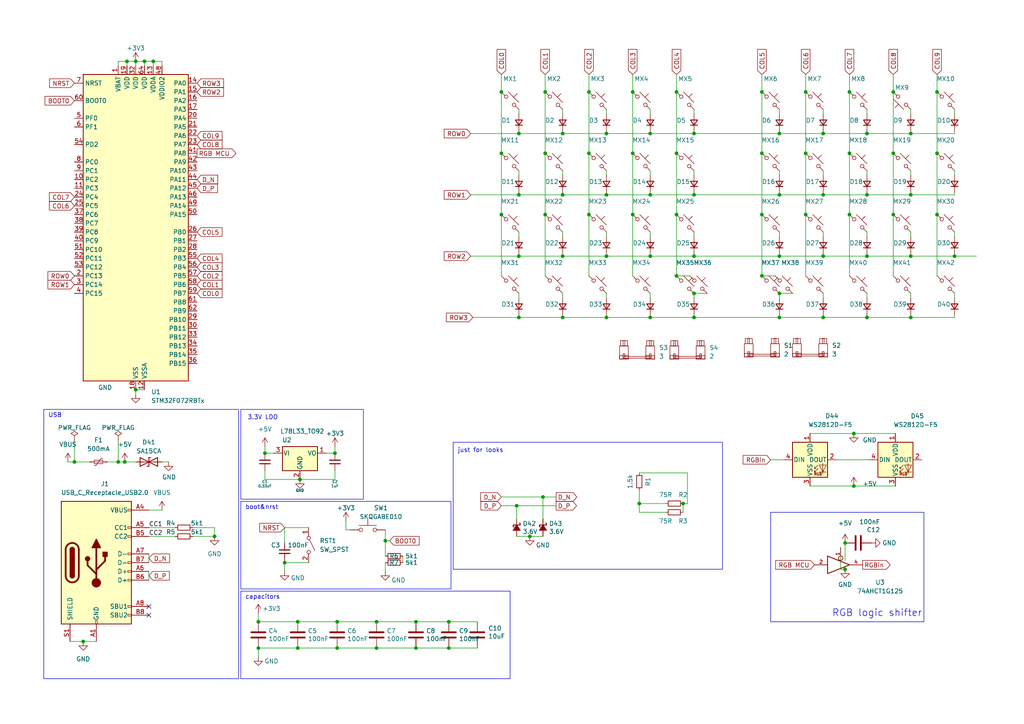
<source format=kicad_sch>
(kicad_sch (version 20230121) (generator eeschema)
  (paper "A4")
  (junction (at 226.06 92.075))
  (junction (at 76.835 131.445))
  (junction (at 24.13 186.055))
  (junction (at 247.65 125.73))
  (junction (at 44.45 17.78))
  (junction (at 188.595 92.075))
  (junction (at 188.595 38.735))
  (junction (at 259.08 62.23))
  (junction (at 86.36 187.96))
  (junction (at 251.46 74.295))
  (junction (at 158.115 26.67))
  (junction (at 220.98 80.01))
  (junction (at 251.46 38.735))
  (junction (at 220.98 26.67))
  (junction (at 109.22 187.96))
  (junction (at 62.23 155.575))
  (junction (at 34.29 133.985))
  (junction (at 246.38 62.23))
  (junction (at 97.79 180.34))
  (junction (at 150.495 56.515))
  (junction (at 175.895 38.735))
  (junction (at 247.65 140.97))
  (junction (at 183.515 26.67))
  (junction (at 86.36 180.34))
  (junction (at 36.83 17.78))
  (junction (at 259.08 44.45))
  (junction (at 158.115 44.45))
  (junction (at 201.295 38.735))
  (junction (at 175.895 74.295))
  (junction (at 145.415 62.23))
  (junction (at 196.215 44.45))
  (junction (at 158.115 62.23))
  (junction (at 196.215 80.01))
  (junction (at 185.42 146.05))
  (junction (at 245.11 165.1))
  (junction (at 21.59 133.985))
  (junction (at 245.11 157.48))
  (junction (at 150.495 74.295))
  (junction (at 238.76 92.075))
  (junction (at 163.195 56.515))
  (junction (at 97.79 187.96))
  (junction (at 149.86 146.685))
  (junction (at 226.06 74.295))
  (junction (at 188.595 74.295))
  (junction (at 271.78 44.45))
  (junction (at 120.65 187.96))
  (junction (at 145.415 44.45))
  (junction (at 82.55 163.195))
  (junction (at 111.76 156.845))
  (junction (at 145.415 26.67))
  (junction (at 130.175 187.96))
  (junction (at 226.06 56.515))
  (junction (at 246.38 26.67))
  (junction (at 170.815 26.67))
  (junction (at 198.12 146.05))
  (junction (at 271.78 26.67))
  (junction (at 74.93 180.34))
  (junction (at 276.86 74.295))
  (junction (at 183.515 62.23))
  (junction (at 175.895 92.075))
  (junction (at 183.515 44.45))
  (junction (at 163.195 92.075))
  (junction (at 163.195 74.295))
  (junction (at 233.68 62.23))
  (junction (at 157.48 144.145))
  (junction (at 233.68 44.45))
  (junction (at 226.06 85.09))
  (junction (at 259.08 26.67))
  (junction (at 41.91 17.78))
  (junction (at 251.46 56.515))
  (junction (at 109.22 180.34))
  (junction (at 264.16 92.075))
  (junction (at 39.37 113.03))
  (junction (at 39.37 17.78))
  (junction (at 153.67 155.575))
  (junction (at 120.65 180.34))
  (junction (at 170.815 44.45))
  (junction (at 238.76 38.735))
  (junction (at 130.175 180.34))
  (junction (at 175.895 56.515))
  (junction (at 74.93 187.96))
  (junction (at 201.295 56.515))
  (junction (at 170.815 62.23))
  (junction (at 188.595 56.515))
  (junction (at 163.195 38.735))
  (junction (at 36.195 133.985))
  (junction (at 97.155 131.445))
  (junction (at 86.995 139.065))
  (junction (at 233.68 26.67))
  (junction (at 238.76 74.295))
  (junction (at 251.46 92.075))
  (junction (at 196.215 62.23))
  (junction (at 238.76 56.515))
  (junction (at 201.295 85.09))
  (junction (at 226.06 38.735))
  (junction (at 150.495 92.075))
  (junction (at 264.16 38.735))
  (junction (at 271.78 62.23))
  (junction (at 220.98 44.45))
  (junction (at 220.98 62.23))
  (junction (at 196.215 26.67))
  (junction (at 201.295 74.295))
  (junction (at 246.38 44.45))
  (junction (at 201.295 92.075))
  (junction (at 264.16 56.515))
  (junction (at 264.16 74.295))
  (junction (at 150.495 38.735))
  (no_connect (at 43.18 175.895))
  (no_connect (at 43.18 178.435))
  (wire (pts (xy 259.08 62.23) (xy 259.08 80.01)))
  (wire (pts (xy 271.78 44.45) (xy 271.78 62.23)))
  (wire (pts (xy 158.115 44.45) (xy 158.115 62.23)))
  (wire (pts (xy 188.595 91.44) (xy 188.595 92.075)))
  (wire (pts (xy 276.86 55.88) (xy 276.86 56.515)))
  (wire (pts (xy 163.195 31.75) (xy 163.195 33.02)))
  (wire (pts (xy 185.42 137.16) (xy 199.39 137.16)))
  (wire (pts (xy 109.22 187.96) (xy 120.65 187.96)))
  (wire (pts (xy 111.76 156.845) (xy 113.03 156.845)))
  (wire (pts (xy 198.12 146.05) (xy 199.39 146.05)))
  (wire (pts (xy 238.76 49.53) (xy 238.76 50.8)))
  (wire (pts (xy 196.215 80.01) (xy 200.025 80.01)))
  (wire (pts (xy 251.46 38.735) (xy 264.16 38.735)))
  (wire (pts (xy 201.295 55.88) (xy 201.295 56.515)))
  (wire (pts (xy 226.06 85.09) (xy 226.06 86.36)))
  (wire (pts (xy 41.91 17.78) (xy 39.37 17.78)))
  (wire (pts (xy 175.895 91.44) (xy 175.895 92.075)))
  (wire (pts (xy 86.36 180.34) (xy 74.93 180.34)))
  (wire (pts (xy 157.48 144.145) (xy 157.48 150.495)))
  (wire (pts (xy 185.42 148.59) (xy 193.04 148.59)))
  (wire (pts (xy 264.16 38.1) (xy 264.16 38.735)))
  (wire (pts (xy 163.195 49.53) (xy 163.195 50.8)))
  (wire (pts (xy 136.525 38.735) (xy 150.495 38.735)))
  (wire (pts (xy 188.595 38.1) (xy 188.595 38.735)))
  (wire (pts (xy 136.525 56.515) (xy 150.495 56.515)))
  (wire (pts (xy 82.55 163.195) (xy 89.535 163.195)))
  (wire (pts (xy 109.22 180.34) (xy 120.65 180.34)))
  (wire (pts (xy 238.76 73.66) (xy 238.76 74.295)))
  (wire (pts (xy 238.76 55.88) (xy 238.76 56.515)))
  (wire (pts (xy 145.415 144.145) (xy 157.48 144.145)))
  (wire (pts (xy 170.815 21.59) (xy 170.815 26.67)))
  (wire (pts (xy 242.57 133.35) (xy 252.095 133.35)))
  (wire (pts (xy 34.29 133.985) (xy 36.195 133.985)))
  (wire (pts (xy 74.93 190.5) (xy 74.93 187.96)))
  (wire (pts (xy 264.16 91.44) (xy 264.16 92.075)))
  (wire (pts (xy 264.16 38.735) (xy 276.86 38.735)))
  (wire (pts (xy 86.36 180.34) (xy 97.79 180.34)))
  (wire (pts (xy 158.115 21.59) (xy 158.115 26.67)))
  (wire (pts (xy 20.32 186.055) (xy 24.13 186.055)))
  (wire (pts (xy 145.415 44.45) (xy 145.415 62.23)))
  (wire (pts (xy 82.55 153.035) (xy 82.55 157.48)))
  (wire (pts (xy 246.38 62.23) (xy 246.38 80.01)))
  (wire (pts (xy 101.6 153.67) (xy 100.33 153.67)))
  (wire (pts (xy 276.86 91.44) (xy 276.86 92.075)))
  (wire (pts (xy 185.42 146.05) (xy 193.04 146.05)))
  (wire (pts (xy 199.39 137.16) (xy 199.39 146.05)))
  (wire (pts (xy 157.48 144.145) (xy 161.29 144.145)))
  (wire (pts (xy 150.495 38.735) (xy 163.195 38.735)))
  (wire (pts (xy 251.46 67.31) (xy 251.46 68.58)))
  (wire (pts (xy 226.06 91.44) (xy 226.06 92.075)))
  (wire (pts (xy 150.495 85.09) (xy 150.495 86.36)))
  (wire (pts (xy 175.895 38.1) (xy 175.895 38.735)))
  (wire (pts (xy 188.595 92.075) (xy 201.295 92.075)))
  (wire (pts (xy 145.415 26.67) (xy 145.415 44.45)))
  (wire (pts (xy 185.42 146.05) (xy 185.42 148.59)))
  (wire (pts (xy 41.91 17.78) (xy 41.91 19.05)))
  (wire (pts (xy 170.815 44.45) (xy 170.815 62.23)))
  (wire (pts (xy 76.835 129.54) (xy 76.835 131.445)))
  (wire (pts (xy 21.59 133.985) (xy 26.035 133.985)))
  (wire (pts (xy 111.76 156.845) (xy 111.76 161.29)))
  (wire (pts (xy 175.895 49.53) (xy 175.895 50.8)))
  (wire (pts (xy 264.16 85.09) (xy 264.16 86.36)))
  (wire (pts (xy 226.06 74.295) (xy 238.76 74.295)))
  (wire (pts (xy 245.11 157.48) (xy 245.11 162.56)))
  (wire (pts (xy 188.595 38.735) (xy 201.295 38.735)))
  (wire (pts (xy 226.06 49.53) (xy 226.06 50.8)))
  (wire (pts (xy 188.595 85.09) (xy 188.595 86.36)))
  (wire (pts (xy 238.76 85.09) (xy 238.76 86.36)))
  (wire (pts (xy 150.495 49.53) (xy 150.495 50.8)))
  (wire (pts (xy 76.835 136.525) (xy 76.835 139.065)))
  (wire (pts (xy 39.37 113.03) (xy 41.91 113.03)))
  (wire (pts (xy 175.895 38.735) (xy 188.595 38.735)))
  (wire (pts (xy 188.595 67.31) (xy 188.595 68.58)))
  (wire (pts (xy 201.295 56.515) (xy 226.06 56.515)))
  (wire (pts (xy 220.98 62.23) (xy 220.98 80.01)))
  (wire (pts (xy 175.895 85.09) (xy 175.895 86.36)))
  (wire (pts (xy 150.495 31.75) (xy 150.495 33.02)))
  (wire (pts (xy 276.86 49.53) (xy 276.86 50.8)))
  (wire (pts (xy 120.65 180.34) (xy 130.175 180.34)))
  (wire (pts (xy 163.195 67.31) (xy 163.195 68.58)))
  (wire (pts (xy 170.815 62.23) (xy 170.815 80.01)))
  (wire (pts (xy 163.195 85.09) (xy 163.195 86.36)))
  (wire (pts (xy 238.76 92.075) (xy 251.46 92.075)))
  (wire (pts (xy 246.38 21.59) (xy 246.38 26.67)))
  (wire (pts (xy 234.95 140.97) (xy 247.65 140.97)))
  (wire (pts (xy 43.18 160.655) (xy 43.18 163.195)))
  (wire (pts (xy 74.93 177.8) (xy 74.93 180.34)))
  (wire (pts (xy 201.295 74.295) (xy 226.06 74.295)))
  (wire (pts (xy 163.195 38.1) (xy 163.195 38.735)))
  (wire (pts (xy 271.78 21.59) (xy 271.78 26.67)))
  (wire (pts (xy 130.175 180.34) (xy 138.43 180.34)))
  (wire (pts (xy 183.515 21.59) (xy 183.515 26.67)))
  (wire (pts (xy 251.46 38.1) (xy 251.46 38.735)))
  (wire (pts (xy 247.65 125.73) (xy 259.715 125.73)))
  (wire (pts (xy 150.495 38.1) (xy 150.495 38.735)))
  (wire (pts (xy 226.06 56.515) (xy 238.76 56.515)))
  (wire (pts (xy 251.46 56.515) (xy 264.16 56.515)))
  (wire (pts (xy 251.46 31.75) (xy 251.46 33.02)))
  (wire (pts (xy 188.595 73.66) (xy 188.595 74.295)))
  (wire (pts (xy 31.115 133.985) (xy 34.29 133.985)))
  (wire (pts (xy 238.76 67.31) (xy 238.76 68.58)))
  (wire (pts (xy 238.76 74.295) (xy 251.46 74.295)))
  (wire (pts (xy 201.295 67.31) (xy 201.295 68.58)))
  (wire (pts (xy 251.46 85.09) (xy 251.46 86.36)))
  (wire (pts (xy 44.45 17.78) (xy 44.45 19.05)))
  (wire (pts (xy 82.55 153.035) (xy 89.535 153.035)))
  (wire (pts (xy 36.195 133.985) (xy 39.37 133.985)))
  (wire (pts (xy 137.16 92.075) (xy 150.495 92.075)))
  (wire (pts (xy 36.83 17.78) (xy 39.37 17.78)))
  (wire (pts (xy 158.115 26.67) (xy 158.115 44.45)))
  (wire (pts (xy 34.29 17.78) (xy 34.29 19.05)))
  (wire (pts (xy 163.195 91.44) (xy 163.195 92.075)))
  (wire (pts (xy 150.495 56.515) (xy 163.195 56.515)))
  (wire (pts (xy 183.515 44.45) (xy 183.515 62.23)))
  (wire (pts (xy 43.18 155.575) (xy 50.8 155.575)))
  (wire (pts (xy 233.68 62.23) (xy 233.68 80.01)))
  (wire (pts (xy 264.16 74.295) (xy 276.86 74.295)))
  (wire (pts (xy 246.38 26.67) (xy 246.38 44.45)))
  (wire (pts (xy 34.29 127.635) (xy 34.29 133.985)))
  (wire (pts (xy 259.08 44.45) (xy 259.08 62.23)))
  (wire (pts (xy 150.495 73.66) (xy 150.495 74.295)))
  (wire (pts (xy 238.76 91.44) (xy 238.76 92.075)))
  (wire (pts (xy 163.195 55.88) (xy 163.195 56.515)))
  (wire (pts (xy 251.46 73.66) (xy 251.46 74.295)))
  (wire (pts (xy 226.06 31.75) (xy 226.06 33.02)))
  (wire (pts (xy 201.295 38.735) (xy 226.06 38.735)))
  (wire (pts (xy 276.86 85.09) (xy 276.86 86.36)))
  (wire (pts (xy 264.16 92.075) (xy 276.86 92.075)))
  (wire (pts (xy 149.86 146.685) (xy 161.29 146.685)))
  (wire (pts (xy 259.08 21.59) (xy 259.08 26.67)))
  (wire (pts (xy 264.16 56.515) (xy 276.86 56.515)))
  (wire (pts (xy 150.495 92.075) (xy 163.195 92.075)))
  (wire (pts (xy 116.84 161.29) (xy 116.84 163.195)))
  (wire (pts (xy 82.55 163.195) (xy 82.55 162.56)))
  (wire (pts (xy 183.515 62.23) (xy 183.515 80.01)))
  (wire (pts (xy 97.155 129.54) (xy 97.155 131.445)))
  (wire (pts (xy 185.42 142.24) (xy 185.42 146.05)))
  (wire (pts (xy 226.06 38.1) (xy 226.06 38.735)))
  (wire (pts (xy 111.76 163.195) (xy 111.76 165.735)))
  (wire (pts (xy 220.98 80.01) (xy 224.79 80.01)))
  (wire (pts (xy 196.215 44.45) (xy 196.215 62.23)))
  (wire (pts (xy 34.29 17.78) (xy 36.83 17.78)))
  (wire (pts (xy 247.65 140.97) (xy 259.715 140.97)))
  (wire (pts (xy 41.91 17.78) (xy 44.45 17.78)))
  (wire (pts (xy 198.12 146.05) (xy 198.12 148.59)))
  (wire (pts (xy 233.68 26.67) (xy 233.68 44.45)))
  (wire (pts (xy 150.495 91.44) (xy 150.495 92.075)))
  (wire (pts (xy 158.115 62.23) (xy 158.115 80.01)))
  (wire (pts (xy 21.59 127.635) (xy 21.59 133.985)))
  (wire (pts (xy 226.06 73.66) (xy 226.06 74.295)))
  (wire (pts (xy 44.45 17.78) (xy 46.99 17.78)))
  (wire (pts (xy 43.18 165.735) (xy 43.18 168.275)))
  (wire (pts (xy 120.65 187.96) (xy 130.175 187.96)))
  (wire (pts (xy 243.84 165.1) (xy 243.84 158.75)))
  (wire (pts (xy 175.895 92.075) (xy 188.595 92.075)))
  (wire (pts (xy 55.88 153.035) (xy 62.23 153.035)))
  (wire (pts (xy 220.98 21.59) (xy 220.98 26.67)))
  (wire (pts (xy 62.23 153.035) (xy 62.23 155.575)))
  (wire (pts (xy 170.815 26.67) (xy 170.815 44.45)))
  (wire (pts (xy 264.16 49.53) (xy 264.16 50.8)))
  (wire (pts (xy 196.215 21.59) (xy 196.215 26.67)))
  (wire (pts (xy 97.79 187.96) (xy 109.22 187.96)))
  (wire (pts (xy 264.16 55.88) (xy 264.16 56.515)))
  (wire (pts (xy 97.79 180.34) (xy 109.22 180.34)))
  (wire (pts (xy 175.895 74.295) (xy 188.595 74.295)))
  (wire (pts (xy 201.295 85.09) (xy 205.105 85.09)))
  (wire (pts (xy 145.415 146.685) (xy 149.86 146.685)))
  (wire (pts (xy 238.76 56.515) (xy 251.46 56.515)))
  (wire (pts (xy 150.495 67.31) (xy 150.495 68.58)))
  (wire (pts (xy 196.215 26.67) (xy 196.215 44.45)))
  (wire (pts (xy 175.895 67.31) (xy 175.895 68.58)))
  (wire (pts (xy 246.38 44.45) (xy 246.38 62.23)))
  (wire (pts (xy 86.995 139.065) (xy 97.155 139.065)))
  (wire (pts (xy 271.78 62.23) (xy 271.78 80.01)))
  (wire (pts (xy 163.195 74.295) (xy 175.895 74.295)))
  (wire (pts (xy 153.67 155.575) (xy 157.48 155.575)))
  (wire (pts (xy 46.99 133.985) (xy 48.895 133.985)))
  (wire (pts (xy 238.76 38.1) (xy 238.76 38.735)))
  (wire (pts (xy 276.86 31.75) (xy 276.86 33.02)))
  (wire (pts (xy 163.195 38.735) (xy 175.895 38.735)))
  (wire (pts (xy 100.33 153.67) (xy 100.33 151.13)))
  (wire (pts (xy 163.195 56.515) (xy 175.895 56.515)))
  (wire (pts (xy 220.98 44.45) (xy 220.98 62.23)))
  (wire (pts (xy 201.295 91.44) (xy 201.295 92.075)))
  (wire (pts (xy 82.55 165.735) (xy 82.55 163.195)))
  (wire (pts (xy 163.195 92.075) (xy 175.895 92.075)))
  (wire (pts (xy 251.46 92.075) (xy 264.16 92.075)))
  (wire (pts (xy 226.06 92.075) (xy 238.76 92.075)))
  (wire (pts (xy 39.37 17.78) (xy 39.37 19.05)))
  (wire (pts (xy 175.895 56.515) (xy 188.595 56.515)))
  (wire (pts (xy 43.18 147.955) (xy 46.99 147.955)))
  (wire (pts (xy 55.88 155.575) (xy 62.23 155.575)))
  (wire (pts (xy 226.06 55.88) (xy 226.06 56.515)))
  (wire (pts (xy 276.86 38.1) (xy 276.86 38.735)))
  (wire (pts (xy 43.18 153.035) (xy 50.8 153.035)))
  (wire (pts (xy 233.68 21.59) (xy 233.68 26.67)))
  (wire (pts (xy 201.295 31.75) (xy 201.295 33.02)))
  (wire (pts (xy 46.99 17.78) (xy 46.99 19.05)))
  (wire (pts (xy 259.08 26.67) (xy 259.08 44.45)))
  (wire (pts (xy 175.895 31.75) (xy 175.895 33.02)))
  (wire (pts (xy 188.595 49.53) (xy 188.595 50.8)))
  (wire (pts (xy 226.06 38.735) (xy 238.76 38.735)))
  (wire (pts (xy 86.36 187.96) (xy 97.79 187.96)))
  (wire (pts (xy 196.215 62.23) (xy 196.215 80.01)))
  (wire (pts (xy 183.515 26.67) (xy 183.515 44.45)))
  (wire (pts (xy 276.86 74.295) (xy 283.21 74.295)))
  (wire (pts (xy 150.495 55.88) (xy 150.495 56.515)))
  (wire (pts (xy 150.495 74.295) (xy 163.195 74.295)))
  (wire (pts (xy 238.76 31.75) (xy 238.76 33.02)))
  (wire (pts (xy 201.295 73.66) (xy 201.295 74.295)))
  (wire (pts (xy 251.46 91.44) (xy 251.46 92.075)))
  (wire (pts (xy 188.595 31.75) (xy 188.595 33.02)))
  (wire (pts (xy 245.11 165.1) (xy 243.84 165.1)))
  (wire (pts (xy 175.895 55.88) (xy 175.895 56.515)))
  (wire (pts (xy 201.295 49.53) (xy 201.295 50.8)))
  (wire (pts (xy 226.06 67.31) (xy 226.06 68.58)))
  (wire (pts (xy 251.46 74.295) (xy 264.16 74.295)))
  (wire (pts (xy 76.835 131.445) (xy 79.375 131.445)))
  (wire (pts (xy 39.37 114.3) (xy 39.37 113.03)))
  (wire (pts (xy 94.615 131.445) (xy 97.155 131.445)))
  (wire (pts (xy 264.16 31.75) (xy 264.16 33.02)))
  (wire (pts (xy 97.155 136.525) (xy 97.155 139.065)))
  (wire (pts (xy 201.295 38.1) (xy 201.295 38.735)))
  (wire (pts (xy 175.895 73.66) (xy 175.895 74.295)))
  (wire (pts (xy 24.13 186.055) (xy 27.94 186.055)))
  (wire (pts (xy 86.36 187.96) (xy 74.93 187.96)))
  (wire (pts (xy 188.595 74.295) (xy 201.295 74.295)))
  (wire (pts (xy 111.76 153.67) (xy 111.76 156.845)))
  (wire (pts (xy 201.295 92.075) (xy 226.06 92.075)))
  (wire (pts (xy 251.46 55.88) (xy 251.46 56.515)))
  (wire (pts (xy 201.295 85.09) (xy 201.295 86.36)))
  (wire (pts (xy 226.06 85.09) (xy 229.87 85.09)))
  (wire (pts (xy 234.95 125.73) (xy 247.65 125.73)))
  (wire (pts (xy 264.16 67.31) (xy 264.16 68.58)))
  (wire (pts (xy 136.525 74.295) (xy 150.495 74.295)))
  (wire (pts (xy 276.86 67.31) (xy 276.86 68.58)))
  (wire (pts (xy 163.195 73.66) (xy 163.195 74.295)))
  (wire (pts (xy 276.86 73.66) (xy 276.86 74.295)))
  (wire (pts (xy 271.78 26.67) (xy 271.78 44.45)))
  (wire (pts (xy 238.76 38.735) (xy 251.46 38.735)))
  (wire (pts (xy 223.52 133.35) (xy 227.33 133.35)))
  (wire (pts (xy 220.98 26.67) (xy 220.98 44.45)))
  (wire (pts (xy 36.83 17.78) (xy 36.83 19.05)))
  (wire (pts (xy 145.415 62.23) (xy 145.415 80.01)))
  (wire (pts (xy 188.595 55.88) (xy 188.595 56.515)))
  (wire (pts (xy 130.175 187.96) (xy 138.43 187.96)))
  (wire (pts (xy 264.16 73.66) (xy 264.16 74.295)))
  (wire (pts (xy 145.415 21.59) (xy 145.415 26.67)))
  (wire (pts (xy 76.835 139.065) (xy 86.995 139.065)))
  (wire (pts (xy 188.595 56.515) (xy 201.295 56.515)))
  (wire (pts (xy 233.68 44.45) (xy 233.68 62.23)))
  (wire (pts (xy 149.86 155.575) (xy 153.67 155.575)))
  (wire (pts (xy 251.46 49.53) (xy 251.46 50.8)))
  (wire (pts (xy 149.86 146.685) (xy 149.86 150.495)))
  (wire (pts (xy 19.685 133.985) (xy 21.59 133.985)))
  (rectangle (start 12.7 118.745) (end 69.215 196.85))
  (rectangle (start 69.85 145.415) (end 130.81 170.815))
  (rectangle (start 69.85 118.745) (end 105.41 144.78))
  (rectangle (start 69.85 171.45) (end 147.955 196.85))
  (rectangle (start 131.445 128.27) (end 209.55 165.1))
  (rectangle (start 223.52 148.59) (end 267.97 180.34))
  (text "RGB logic shifter" (at 241.3 179.07 0) (effects (font (size 2 2)) (justify left bottom)))
  (text "capacitors" (at 71.12 173.99 0) (effects (font (size 1.27 1.27)) (justify left bottom)))
  (text "boot&nrst" (at 71.12 147.955 0) (effects (font (size 1.27 1.27)) (justify left bottom)))
  (text "3.3V LDO" (at 71.755 121.92 0) (effects (font (size 1.27 1.27)) (justify left bottom)))
  (text "USB" (at 13.97 121.285 0) (effects (font (size 1.27 1.27)) (justify left bottom)))
  (text "just for looks" (at 132.715 131.445 0) (effects (font (size 1.27 1.27)) (justify left bottom)))
  (label "CC1" (at 43.18 153.035 0))
  (label "CC2" (at 43.18 155.575 0))
  (global_label "RGBin" (shape input) (at 223.52 133.35 180) (property "Intersheetrefs" "${INTERSHEET_REFS}" (effects hide)))
  (global_label "COL0" (shape input) (at 57.15 85.09 0) (property "Intersheetrefs" "${INTERSHEET_REFS}" (effects hide)))
  (global_label "ROW0" (shape input) (at 21.59 80.01 180) (property "Intersheetrefs" "${INTERSHEET_REFS}" (effects hide)))
  (global_label "ROW0" (shape input) (at 136.525 38.735 180) (property "Intersheetrefs" "${INTERSHEET_REFS}" (effects hide)))
  (global_label "COL6" (shape input) (at 21.59 59.69 180) (property "Intersheetrefs" "${INTERSHEET_REFS}" (effects hide)))
  (global_label "COL1" (shape input) (at 158.115 21.59 90) (property "Intersheetrefs" "${INTERSHEET_REFS}" (effects hide)))
  (global_label "COL7" (shape input) (at 21.59 57.15 180) (property "Intersheetrefs" "${INTERSHEET_REFS}" (effects hide)))
  (global_label "COL1" (shape input) (at 57.15 82.55 0) (property "Intersheetrefs" "${INTERSHEET_REFS}" (effects hide)))
  (global_label "RGBin" (shape output) (at 250.19 163.83 0) (property "Intersheetrefs" "${INTERSHEET_REFS}" (effects hide)))
  (global_label "NRST" (shape input) (at 82.55 153.035 180) (property "Intersheetrefs" "${INTERSHEET_REFS}" (effects hide)))
  (global_label "COL9" (shape input) (at 57.15 39.37 0) (property "Intersheetrefs" "${INTERSHEET_REFS}" (effects hide)))
  (global_label "COL8" (shape input) (at 259.08 21.59 90) (property "Intersheetrefs" "${INTERSHEET_REFS}" (effects hide)))
  (global_label "COL3" (shape input) (at 57.15 77.47 0) (property "Intersheetrefs" "${INTERSHEET_REFS}" (effects hide)))
  (global_label "COL0" (shape input) (at 145.415 21.59 90) (property "Intersheetrefs" "${INTERSHEET_REFS}" (effects hide)))
  (global_label "NRST" (shape input) (at 21.59 24.13 180) (property "Intersheetrefs" "${INTERSHEET_REFS}" (effects hide)))
  (global_label "COL9" (shape input) (at 271.78 21.59 90) (property "Intersheetrefs" "${INTERSHEET_REFS}" (effects hide)))
  (global_label "COL8" (shape input) (at 57.15 41.91 0) (property "Intersheetrefs" "${INTERSHEET_REFS}" (effects hide)))
  (global_label "ROW2" (shape input) (at 136.525 74.295 180) (property "Intersheetrefs" "${INTERSHEET_REFS}" (effects hide)))
  (global_label "ROW1" (shape input) (at 21.59 82.55 180) (property "Intersheetrefs" "${INTERSHEET_REFS}" (effects hide)))
  (global_label "D_N" (shape input) (at 145.415 144.145 180) (property "Intersheetrefs" "${INTERSHEET_REFS}" (effects hide)))
  (global_label "COL2" (shape input) (at 57.15 80.01 0) (property "Intersheetrefs" "${INTERSHEET_REFS}" (effects hide)))
  (global_label "ROW1" (shape input) (at 136.525 56.515 180) (property "Intersheetrefs" "${INTERSHEET_REFS}" (effects hide)))
  (global_label "RGB MCU" (shape output) (at 57.15 44.45 0) (property "Intersheetrefs" "${INTERSHEET_REFS}" (effects hide)))
  (global_label "COL4" (shape input) (at 57.15 74.93 0) (property "Intersheetrefs" "${INTERSHEET_REFS}" (effects hide)))
  (global_label "D_N" (shape output) (at 161.29 144.145 0) (property "Intersheetrefs" "${INTERSHEET_REFS}" (effects hide)))
  (global_label "D_P" (shape input) (at 57.15 54.61 0) (property "Intersheetrefs" "${INTERSHEET_REFS}" (effects hide)))
  (global_label "COL4" (shape input) (at 196.215 21.59 90) (property "Intersheetrefs" "${INTERSHEET_REFS}" (effects hide)))
  (global_label "COL2" (shape input) (at 170.815 21.59 90) (property "Intersheetrefs" "${INTERSHEET_REFS}" (effects hide)))
  (global_label "ROW2" (shape input) (at 57.15 26.67 0) (property "Intersheetrefs" "${INTERSHEET_REFS}" (effects hide)))
  (global_label "ROW3" (shape input) (at 137.16 92.075 180) (property "Intersheetrefs" "${INTERSHEET_REFS}" (effects hide)))
  (global_label "COL5" (shape input) (at 57.15 67.31 0) (property "Intersheetrefs" "${INTERSHEET_REFS}" (effects hide)))
  (global_label "COL3" (shape input) (at 183.515 21.59 90) (property "Intersheetrefs" "${INTERSHEET_REFS}" (effects hide)))
  (global_label "COL7" (shape input) (at 246.38 21.59 90) (property "Intersheetrefs" "${INTERSHEET_REFS}" (effects hide)))
  (global_label "D_P" (shape input) (at 145.415 146.685 180) (property "Intersheetrefs" "${INTERSHEET_REFS}" (effects hide)))
  (global_label "BOOT0" (shape input) (at 113.03 156.845 0) (property "Intersheetrefs" "${INTERSHEET_REFS}" (effects hide)))
  (global_label "ROW3" (shape input) (at 57.15 24.13 0) (property "Intersheetrefs" "${INTERSHEET_REFS}" (effects hide)))
  (global_label "COL6" (shape input) (at 233.68 21.59 90) (property "Intersheetrefs" "${INTERSHEET_REFS}" (effects hide)))
  (global_label "D_N" (shape input) (at 57.15 52.07 0) (property "Intersheetrefs" "${INTERSHEET_REFS}" (effects hide)))
  (global_label "COL5" (shape input) (at 220.98 21.59 90) (property "Intersheetrefs" "${INTERSHEET_REFS}" (effects hide)))
  (global_label "RGB MCU" (shape input) (at 236.22 163.83 180) (property "Intersheetrefs" "${INTERSHEET_REFS}" (effects hide)))
  (global_label "BOOT0" (shape input) (at 21.59 29.21 180) (property "Intersheetrefs" "${INTERSHEET_REFS}" (effects hide)))
  (global_label "D_P" (shape output) (at 161.29 146.685 0) (property "Intersheetrefs" "${INTERSHEET_REFS}" (effects hide)))
  (global_label "D_N" (shape input) (at 43.18 161.925 0) (property "Intersheetrefs" "${INTERSHEET_REFS}" (effects hide)))
  (global_label "D_P" (shape input) (at 43.18 167.005 0) (property "Intersheetrefs" "${INTERSHEET_REFS}" (effects hide)))
  (symbol (lib_id "Device:D_Small") (at 163.195 71.12 90) (unit 1)
    (property "Reference" "D22" (at 158.115 70.485 90) (effects (justify right)))
    (property "Value" "D_Small" (effects hide))
    (property "Footprint" "kbd:D3_TH_SMD_v2" (effects hide))
    (property "Sim.Device" "D" (effects hide))
    (property "Sim.Pins" "1=K 2=A" (effects hide))
  )
  (symbol (lib_id "MCU_ST_STM32F0:STM32F072RBTx") (at 39.37 67.31 0) (unit 1)
    (property "Reference" "U1" (at 43.8659 113.665 0) (effects (justify left)))
    (property "Value" "STM32F072RBTx" (at 43.8659 116.205 0) (effects (justify left)))
    (property "Footprint" "Package_QFP:LQFP-64_10x10mm_P0.5mm" (effects hide))
    (property "Datasheet" "https://www.st.com/resource/en/datasheet/stm32f072rb.pdf" (effects hide))
  )
  (symbol (lib_id "PCM_marbastlib-mx:MX_SW_solder") (at 186.055 64.77 0) (unit 1)
    (property "Reference" "MX24" (at 186.055 58.42 0))
    (property "Value" "MX_SW_solder" (effects hide))
    (property "Footprint" "PCM_marbastlib-mx:SW_MX_1u" (effects hide))
  )
  (symbol (lib_id "Device:D_Small") (at 150.495 71.12 90) (unit 1)
    (property "Reference" "D21" (at 145.415 70.485 90) (effects (justify right)))
    (property "Value" "D_Small" (effects hide))
    (property "Footprint" "kbd:D3_TH_SMD_v2" (effects hide))
    (property "Sim.Device" "D" (effects hide))
    (property "Sim.Pins" "1=K 2=A" (effects hide))
  )
  (symbol (lib_id "Device:D_Small") (at 264.16 53.34 90) (unit 1)
    (property "Reference" "D19" (at 259.08 52.705 90) (effects (justify right)))
    (property "Value" "D_Small" (effects hide))
    (property "Footprint" "kbd:D3_TH_SMD_v2" (effects hide))
    (property "Sim.Device" "D" (effects hide))
    (property "Sim.Pins" "1=K 2=A" (effects hide))
  )
  (symbol (lib_id "Device:D_Small") (at 238.76 88.9 90) (unit 1)
    (property "Reference" "D37" (at 233.68 88.265 90) (effects (justify right)))
    (property "Value" "D_Small" (effects hide))
    (property "Footprint" "kbd:D3_TH_SMD_v2" (effects hide))
    (property "Sim.Device" "D" (effects hide))
    (property "Sim.Pins" "1=K 2=A" (effects hide))
  )
  (symbol (lib_id "Device:C") (at 86.36 184.15 0) (unit 1)
    (property "Reference" "C5" (at 89.281 182.9816 0) (effects (justify left)))
    (property "Value" "100nF" (at 89.281 185.293 0) (effects (justify left)))
    (property "Footprint" "Capacitor_THT:C_Disc_D4.3mm_W1.9mm_P5.00mm" (effects hide))
  )
  (symbol (lib_id "PCM_marbastlib-mx:MX_SW_solder") (at 274.32 46.99 0) (unit 1)
    (property "Reference" "MX20" (at 274.32 40.64 0))
    (property "Value" "MX_SW_solder" (effects hide))
    (property "Footprint" "PCM_marbastlib-mx:SW_MX_1u" (effects hide))
  )
  (symbol (lib_id "power:GND") (at 48.895 133.985 0) (unit 1)
    (property "Reference" "#PWR07" (effects hide))
    (property "Value" "GND" (at 49.022 138.3792 0))
  )
  (symbol (lib_id "PCM_marbastlib-mx:MX_SW_solder") (at 274.32 82.55 0) (unit 1)
    (property "Reference" "MX42" (at 274.32 76.2 0))
    (property "Value" "MX_SW_solder" (effects hide))
    (property "Footprint" "PCM_marbastlib-mx:SW_MX_1u" (effects hide))
  )
  (symbol (lib_id "Device:D_Small") (at 188.595 71.12 90) (unit 1)
    (property "Reference" "D24" (at 183.515 70.485 90) (effects (justify right)))
    (property "Value" "D_Small" (effects hide))
    (property "Footprint" "kbd:D3_TH_SMD_v2" (effects hide))
    (property "Sim.Device" "D" (effects hide))
    (property "Sim.Pins" "1=K 2=A" (effects hide))
  )
  (symbol (lib_id "power:GND") (at 111.76 165.735 0) (unit 1)
    (property "Reference" "#PWR015" (effects hide))
    (property "Value" "GND" (at 115.57 168.275 0))
  )
  (symbol (lib_id "PCM_marbastlib-mx:MX_SW_solder") (at 248.92 82.55 0) (unit 1)
    (property "Reference" "MX40" (at 248.92 76.2 0))
    (property "Value" "MX_SW_solder" (effects hide))
    (property "Footprint" "PCM_marbastlib-mx:SW_MX_1u" (effects hide))
  )
  (symbol (lib_id "Device:D_Small") (at 251.46 35.56 90) (unit 1)
    (property "Reference" "D8" (at 246.38 34.925 90) (effects (justify right)))
    (property "Value" "D_Small" (effects hide))
    (property "Footprint" "kbd:D3_TH_SMD_v2" (effects hide))
    (property "Sim.Device" "D" (effects hide))
    (property "Sim.Pins" "1=K 2=A" (effects hide))
  )
  (symbol (lib_id "PCM_marbastlib-mx:MX_SW_solder") (at 173.355 46.99 0) (unit 1)
    (property "Reference" "MX13" (at 173.355 40.64 0))
    (property "Value" "MX_SW_solder" (effects hide))
    (property "Footprint" "PCM_marbastlib-mx:SW_MX_1u" (effects hide))
  )
  (symbol (lib_id "PCM_marbastlib-mx:MX_SW_solder") (at 147.955 46.99 0) (unit 1)
    (property "Reference" "MX11" (at 147.955 40.64 0))
    (property "Value" "MX_SW_solder" (effects hide))
    (property "Footprint" "PCM_marbastlib-mx:SW_MX_1u" (effects hide))
  )
  (symbol (lib_id "PCM_marbastlib-mx:MX_SW_solder") (at 186.055 46.99 0) (unit 1)
    (property "Reference" "MX14" (at 186.055 40.64 0))
    (property "Value" "MX_SW_solder" (effects hide))
    (property "Footprint" "PCM_marbastlib-mx:SW_MX_1u" (effects hide))
  )
  (symbol (lib_id "Device:C") (at 97.79 184.15 0) (unit 1)
    (property "Reference" "C6" (at 100.711 182.9816 0) (effects (justify left)))
    (property "Value" "100nF" (at 100.711 185.293 0) (effects (justify left)))
    (property "Footprint" "Capacitor_THT:C_Disc_D4.3mm_W1.9mm_P5.00mm" (effects hide))
  )
  (symbol (lib_id "PCM_marbastlib-mx:MX_SW_solder") (at 248.92 64.77 0) (unit 1)
    (property "Reference" "MX28" (at 248.92 58.42 0))
    (property "Value" "MX_SW_solder" (effects hide))
    (property "Footprint" "PCM_marbastlib-mx:SW_MX_1u" (effects hide))
  )
  (symbol (lib_id "PCM_marbastlib-mx:MX_SW_solder") (at 160.655 82.55 0) (unit 1)
    (property "Reference" "MX32" (at 160.655 76.2 0))
    (property "Value" "MX_SW_solder" (effects hide))
    (property "Footprint" "PCM_marbastlib-mx:SW_MX_1u" (effects hide))
  )
  (symbol (lib_id "Device:R_Small") (at 53.34 155.575 90) (unit 1)
    (property "Reference" "R5" (at 49.53 154.305 90))
    (property "Value" "5k1" (at 57.15 154.305 90))
    (property "Footprint" "Resistor_THT:R_Axial_DIN0204_L3.6mm_D1.6mm_P7.62mm_Horizontal" (effects hide))
  )
  (symbol (lib_id "PCM_marbastlib-mx:MX_SW_solder") (at 198.755 82.55 0) (unit 1)
    (property "Reference" "MX35" (at 198.755 76.2 0))
    (property "Value" "MX_SW_solder" (effects hide))
    (property "Footprint" "PCM_marbastlib-mx:SW_MX_1u" (effects hide))
  )
  (symbol (lib_id "Connector:USB_C_Receptacle_USB2.0") (at 27.94 163.195 0) (unit 1)
    (property "Reference" "J1" (at 30.4165 140.335 0))
    (property "Value" "USB_C_Receptacle_USB2.0" (at 30.4165 142.875 0))
    (property "Footprint" "Connector_USB:USB_C_Receptacle_GCT_USB4085" (effects hide))
    (property "Datasheet" "https://www.usb.org/sites/default/files/documents/usb_type-c.zip" (effects hide))
    (property "LCSC" "C165948" (effects hide))
  )
  (symbol (lib_id "power:+3V3") (at 97.155 129.54 0) (unit 1)
    (property "Reference" "#PWR04" (effects hide))
    (property "Value" "+3V3" (at 97.155 125.73 0))
  )
  (symbol (lib_id "PCM_marbastlib-mx:MX_SW_solder") (at 160.655 64.77 0) (unit 1)
    (property "Reference" "MX22" (at 160.655 58.42 0))
    (property "Value" "MX_SW_solder" (effects hide))
    (property "Footprint" "PCM_marbastlib-mx:SW_MX_1u" (effects hide))
  )
  (symbol (lib_id "PCM_marbastlib-mx:MX_stab") (at 199.39 101.6 0) (unit 1)
    (property "Reference" "S4" (at 205.74 100.838 0) (effects (justify left)))
    (property "Value" "2" (at 205.74 103.378 0) (effects (justify left)))
    (property "Footprint" "PCM_marbastlib-mx:STAB_MX_P_2u" (effects hide))
  )
  (symbol (lib_id "power:GND") (at 82.55 165.735 0) (mirror y) (unit 1)
    (property "Reference" "#PWR014" (effects hide))
    (property "Value" "GND" (at 86.36 167.64 0))
  )
  (symbol (lib_id "Device:D_Small") (at 150.495 53.34 90) (unit 1)
    (property "Reference" "D11" (at 145.415 52.705 90) (effects (justify right)))
    (property "Value" "D_Small" (effects hide))
    (property "Footprint" "kbd:D3_TH_SMD_v2" (effects hide))
    (property "Sim.Device" "D" (effects hide))
    (property "Sim.Pins" "1=K 2=A" (effects hide))
  )
  (symbol (lib_id "Device:D_Small") (at 175.895 88.9 90) (unit 1)
    (property "Reference" "D33" (at 170.815 88.265 90) (effects (justify right)))
    (property "Value" "D_Small" (effects hide))
    (property "Footprint" "kbd:D3_TH_SMD_v2" (effects hide))
    (property "Sim.Device" "D" (effects hide))
    (property "Sim.Pins" "1=K 2=A" (effects hide))
  )
  (symbol (lib_id "LED:WS2812B") (at 234.95 133.35 0) (unit 1)
    (property "Reference" "D44" (at 241.3 120.65 0))
    (property "Value" "WS2812D-F5 " (at 241.3 123.19 0))
    (property "Footprint" "kbd:NeoPixel_bulb_5mm_Adafruit_1938" (effects hide))
    (property "Datasheet" "https://cdn-shop.adafruit.com/datasheets/WS2812B.pdf" (effects hide))
  )
  (symbol (lib_id "power:+5V") (at 76.835 129.54 0) (unit 1)
    (property "Reference" "#PWR03" (effects hide))
    (property "Value" "+5V" (at 76.835 124.46 0))
  )
  (symbol (lib_id "PCM_marbastlib-mx:MX_SW_solder") (at 223.52 82.55 0) (unit 1)
    (property "Reference" "MX37" (at 223.52 76.2 0))
    (property "Value" "MX_SW_solder" (effects hide))
    (property "Footprint" "PCM_marbastlib-mx:SW_MX_1u" (effects hide))
  )
  (symbol (lib_id "Device:D_Small") (at 150.495 35.56 90) (unit 1)
    (property "Reference" "D1" (at 145.415 34.925 90) (effects (justify right)))
    (property "Value" "D_Small" (effects hide))
    (property "Footprint" "kbd:D3_TH_SMD_v2" (effects hide))
    (property "Sim.Device" "D" (effects hide))
    (property "Sim.Pins" "1=K 2=A" (effects hide))
  )
  (symbol (lib_id "Device:D_Small") (at 238.76 71.12 90) (unit 1)
    (property "Reference" "D27" (at 233.68 70.485 90) (effects (justify right)))
    (property "Value" "D_Small" (effects hide))
    (property "Footprint" "kbd:D3_TH_SMD_v2" (effects hide))
    (property "Sim.Device" "D" (effects hide))
    (property "Sim.Pins" "1=K 2=A" (effects hide))
  )
  (symbol (lib_id "PCM_marbastlib-mx:MX_stab") (at 184.785 101.6 0) (unit 1)
    (property "Reference" "S3" (at 191.135 100.838 0) (effects (justify left)))
    (property "Value" "3" (at 191.135 103.378 0) (effects (justify left)))
    (property "Footprint" "PCM_marbastlib-mx:STAB_MX_P_3u" (effects hide))
  )
  (symbol (lib_id "Device:D_TVS") (at 43.18 133.985 0) (unit 1)
    (property "Reference" "D41" (at 43.18 128.27 0))
    (property "Value" "SA15CA" (at 43.18 130.81 0))
    (property "Footprint" "Diode_THT:D_DO-15_P10.16mm_Horizontal" (effects hide))
  )
  (symbol (lib_id "Device:C_Small") (at 97.155 133.985 180) (unit 1)
    (property "Reference" "C2" (at 97.155 139.7 0) (effects (font (size 0.762 0.762))))
    (property "Value" "1uF" (at 97.155 140.97 0) (effects (font (size 0.762 0.762))))
    (property "Footprint" "Capacitor_THT:C_Disc_D4.3mm_W1.9mm_P5.00mm" (effects hide))
  )
  (symbol (lib_id "Device:D_Small") (at 251.46 71.12 90) (unit 1)
    (property "Reference" "D28" (at 246.38 70.485 90) (effects (justify right)))
    (property "Value" "D_Small" (effects hide))
    (property "Footprint" "kbd:D3_TH_SMD_v2" (effects hide))
    (property "Sim.Device" "D" (effects hide))
    (property "Sim.Pins" "1=K 2=A" (effects hide))
  )
  (symbol (lib_id "LED:WS2812B") (at 259.715 133.35 0) (unit 1)
    (property "Reference" "D45" (at 266.065 120.65 0))
    (property "Value" "WS2812D-F5 " (at 266.065 123.19 0))
    (property "Footprint" "kbd:NeoPixel_bulb_5mm_Adafruit_1938" (effects hide))
    (property "Datasheet" "https://cdn-shop.adafruit.com/datasheets/WS2812B.pdf" (effects hide))
  )
  (symbol (lib_id "power:+5V") (at 36.195 133.985 0) (unit 1)
    (property "Reference" "#PWR06" (effects hide))
    (property "Value" "+5V" (at 36.195 128.905 0))
  )
  (symbol (lib_id "Device:R_Small") (at 53.34 153.035 90) (unit 1)
    (property "Reference" "R4" (at 49.53 151.765 90))
    (property "Value" "5k1" (at 57.15 151.765 90))
    (property "Footprint" "Resistor_THT:R_Axial_DIN0204_L3.6mm_D1.6mm_P7.62mm_Horizontal" (effects hide))
  )
  (symbol (lib_id "Device:Polyfuse_Small") (at 28.575 133.985 90) (unit 1)
    (property "Reference" "F1" (at 28.575 127.635 90))
    (property "Value" "500mA" (at 28.575 130.175 90))
    (property "Footprint" "Fuse:Fuse_Bourns_MF-RHT100" (effects hide))
  )
  (symbol (lib_id "lumberjack-rescue:D_Schottky_Small_ALT-Device") (at 149.86 153.035 270) (unit 1)
    (property "Reference" "D42" (at 151.5872 151.8666 90) (effects (justify left)))
    (property "Value" "3.6V" (at 151.5872 154.178 90) (effects (justify left)))
    (property "Footprint" "Diode_THT:D_DO-35_SOD27_P7.62mm_Horizontal" (effects hide))
  )
  (symbol (lib_id "power:VBUS") (at 19.685 133.985 0) (unit 1)
    (property "Reference" "#PWR05" (effects hide))
    (property "Value" "VBUS" (at 19.685 128.905 0))
  )
  (symbol (lib_id "Device:C") (at 138.43 184.15 0) (unit 1)
    (property "Reference" "C10" (at 141.605 182.245 0) (effects (justify left)))
    (property "Value" "10uF" (at 141.605 184.5564 0) (effects (justify left)))
    (property "Footprint" "Capacitor_THT:C_Disc_D4.3mm_W1.9mm_P5.00mm" (effects hide))
  )
  (symbol (lib_id "Device:D_Small") (at 264.16 88.9 90) (unit 1)
    (property "Reference" "D39" (at 259.08 88.265 90) (effects (justify right)))
    (property "Value" "D_Small" (effects hide))
    (property "Footprint" "kbd:D3_TH_SMD_v2" (effects hide))
    (property "Sim.Device" "D" (effects hide))
    (property "Sim.Pins" "1=K 2=A" (effects hide))
  )
  (symbol (lib_id "PCM_marbastlib-mx:MX_SW_solder") (at 173.355 82.55 0) (unit 1)
    (property "Reference" "MX33" (at 173.355 76.2 0))
    (property "Value" "MX_SW_solder" (effects hide))
    (property "Footprint" "PCM_marbastlib-mx:SW_MX_1u" (effects hide))
  )
  (symbol (lib_id "PCM_marbastlib-mx:MX_SW_solder") (at 274.32 64.77 0) (unit 1)
    (property "Reference" "MX30" (at 274.32 58.42 0))
    (property "Value" "MX_SW_solder" (effects hide))
    (property "Footprint" "PCM_marbastlib-mx:SW_MX_1u" (effects hide))
  )
  (symbol (lib_id "lumberjack-rescue:D_Schottky_Small_ALT-Device") (at 157.48 153.035 270) (unit 1)
    (property "Reference" "D43" (at 159.2072 151.8666 90) (effects (justify left)))
    (property "Value" "3.6V" (at 159.2072 154.178 90) (effects (justify left)))
    (property "Footprint" "Diode_THT:D_DO-35_SOD27_P7.62mm_Horizontal" (effects hide))
  )
  (symbol (lib_id "power:GND") (at 74.93 190.5 0) (unit 1)
    (property "Reference" "#PWR018" (effects hide))
    (property "Value" "GND" (at 78.74 191.77 0))
  )
  (symbol (lib_name "GND_4") (lib_id "power:GND") (at 24.13 186.055 0) (unit 1)
    (property "Reference" "#PWR017" (effects hide))
    (property "Value" "GND" (at 24.13 191.135 0))
  )
  (symbol (lib_id "power:GND") (at 252.73 157.48 90) (unit 1)
    (property "Reference" "#PWR022" (effects hide))
    (property "Value" "GND" (at 255.905 157.4799 90) (effects (justify right)))
  )
  (symbol (lib_id "Device:D_Small") (at 201.295 53.34 90) (unit 1)
    (property "Reference" "D15" (at 196.215 52.705 90) (effects (justify right)))
    (property "Value" "D_Small" (effects hide))
    (property "Footprint" "kbd:D3_TH_SMD_v2" (effects hide))
    (property "Sim.Device" "D" (effects hide))
    (property "Sim.Pins" "1=K 2=A" (effects hide))
  )
  (symbol (lib_id "PCM_marbastlib-mx:MX_SW_solder") (at 236.22 46.99 0) (unit 1)
    (property "Reference" "MX17" (at 236.22 40.64 0))
    (property "Value" "MX_SW_solder" (effects hide))
    (property "Footprint" "PCM_marbastlib-mx:SW_MX_1u" (effects hide))
  )
  (symbol (lib_id "Device:D_Small") (at 175.895 53.34 90) (unit 1)
    (property "Reference" "D13" (at 170.815 52.705 90) (effects (justify right)))
    (property "Value" "D_Small" (effects hide))
    (property "Footprint" "kbd:D3_TH_SMD_v2" (effects hide))
    (property "Sim.Device" "D" (effects hide))
    (property "Sim.Pins" "1=K 2=A" (effects hide))
  )
  (symbol (lib_id "power:GND") (at 247.65 125.73 0) (unit 1)
    (property "Reference" "#PWR020" (effects hide))
    (property "Value" "GND" (at 250.19 127.635 0) (effects (justify left)))
  )
  (symbol (lib_id "power:GND") (at 39.37 114.3 0) (unit 1)
    (property "Reference" "#PWR02" (effects hide))
    (property "Value" "GND" (at 30.48 112.395 0))
  )
  (symbol (lib_id "Device:D_Small") (at 264.16 35.56 90) (unit 1)
    (property "Reference" "D9" (at 259.08 34.925 90) (effects (justify right)))
    (property "Value" "D_Small" (effects hide))
    (property "Footprint" "kbd:D3_TH_SMD_v2" (effects hide))
    (property "Sim.Device" "D" (effects hide))
    (property "Sim.Pins" "1=K 2=A" (effects hide))
  )
  (symbol (lib_id "Device:D_Small") (at 163.195 53.34 90) (unit 1)
    (property "Reference" "D12" (at 158.115 52.705 90) (effects (justify right)))
    (property "Value" "D_Small" (effects hide))
    (property "Footprint" "kbd:D3_TH_SMD_v2" (effects hide))
    (property "Sim.Device" "D" (effects hide))
    (property "Sim.Pins" "1=K 2=A" (effects hide))
  )
  (symbol (lib_id "Device:D_Small") (at 163.195 88.9 90) (unit 1)
    (property "Reference" "D32" (at 158.115 88.265 90) (effects (justify right)))
    (property "Value" "D_Small" (effects hide))
    (property "Footprint" "kbd:D3_TH_SMD_v2" (effects hide))
    (property "Sim.Device" "D" (effects hide))
    (property "Sim.Pins" "1=K 2=A" (effects hide))
  )
  (symbol (lib_id "Device:D_Small") (at 175.895 35.56 90) (unit 1)
    (property "Reference" "D3" (at 170.815 34.925 90) (effects (justify right)))
    (property "Value" "D_Small" (effects hide))
    (property "Footprint" "kbd:D3_TH_SMD_v2" (effects hide))
    (property "Sim.Device" "D" (effects hide))
    (property "Sim.Pins" "1=K 2=A" (effects hide))
  )
  (symbol (lib_id "PCM_marbastlib-mx:MX_SW_solder") (at 261.62 82.55 0) (unit 1)
    (property "Reference" "MX41" (at 261.62 76.2 0))
    (property "Value" "MX_SW_solder" (effects hide))
    (property "Footprint" "PCM_marbastlib-mx:SW_MX_1u" (effects hide))
  )
  (symbol (lib_id "PCM_marbastlib-mx:MX_stab") (at 234.95 100.965 0) (unit 1)
    (property "Reference" "S2" (at 241.3 100.203 0) (effects (justify left)))
    (property "Value" "3" (at 241.3 102.743 0) (effects (justify left)))
    (property "Footprint" "PCM_marbastlib-mx:STAB_MX_P_3u" (effects hide))
  )
  (symbol (lib_id "power:+3V3") (at 74.93 177.8 0) (unit 1)
    (property "Reference" "#PWR016" (effects hide))
    (property "Value" "+3V3" (at 78.74 176.53 0))
  )
  (symbol (lib_name "74AHCT1G125_1") (lib_id "74xGxx:74AHCT1G125") (at 243.84 163.83 0) (unit 1)
    (property "Reference" "U3" (at 255.27 168.91 0))
    (property "Value" "74AHCT1G125" (at 255.27 171.45 0))
    (property "Footprint" "Package_TO_SOT_SMD:TSOT-23-5_HandSoldering" (effects hide))
    (property "Datasheet" "http://www.ti.com/lit/sg/scyt129e/scyt129e.pdf" (effects hide))
    (property "LCSC" "C12494" (effects hide))
    (property "Package" "SOT-23" (effects hide))
  )
  (symbol (lib_id "Device:C") (at 120.65 184.15 0) (unit 1)
    (property "Reference" "C8" (at 123.571 182.9816 0) (effects (justify left)))
    (property "Value" "100nF" (at 123.571 185.293 0) (effects (justify left)))
    (property "Footprint" "Capacitor_THT:C_Disc_D4.3mm_W1.9mm_P5.00mm" (effects hide))
  )
  (symbol (lib_id "power:+3V3") (at 100.33 151.13 0) (mirror y) (unit 1)
    (property "Reference" "#PWR011" (effects hide))
    (property "Value" "+3V3" (at 100.33 147.32 0))
  )
  (symbol (lib_id "Device:D_Small") (at 175.895 71.12 90) (unit 1)
    (property "Reference" "D23" (at 170.815 70.485 90) (effects (justify right)))
    (property "Value" "D_Small" (effects hide))
    (property "Footprint" "kbd:D3_TH_SMD_v2" (effects hide))
    (property "Sim.Device" "D" (effects hide))
    (property "Sim.Pins" "1=K 2=A" (effects hide))
  )
  (symbol (lib_id "Device:D_Small") (at 226.06 88.9 90) (unit 1)
    (property "Reference" "D36" (at 220.98 88.265 90) (effects (justify right)))
    (property "Value" "D_Small" (effects hide))
    (property "Footprint" "kbd:D3_TH_SMD_v2" (effects hide))
    (property "Sim.Device" "D" (effects hide))
    (property "Sim.Pins" "1=K 2=A" (effects hide))
  )
  (symbol (lib_id "Device:D_Small") (at 201.295 71.12 90) (unit 1)
    (property "Reference" "D25" (at 196.215 70.485 90) (effects (justify right)))
    (property "Value" "D_Small" (effects hide))
    (property "Footprint" "kbd:D3_TH_SMD_v2" (effects hide))
    (property "Sim.Device" "D" (effects hide))
    (property "Sim.Pins" "1=K 2=A" (effects hide))
  )
  (symbol (lib_id "PCM_marbastlib-mx:MX_SW_solder") (at 227.33 82.55 0) (unit 1)
    (property "Reference" "MX38" (at 229.235 76.2 0))
    (property "Value" "MX_SW_solder" (effects hide))
    (property "Footprint" "PCM_marbastlib-mx:SW_MX_1u" (effects hide))
  )
  (symbol (lib_id "Device:D_Small") (at 188.595 35.56 90) (unit 1)
    (property "Reference" "D4" (at 183.515 34.925 90) (effects (justify right)))
    (property "Value" "D_Small" (effects hide))
    (property "Footprint" "kbd:D3_TH_SMD_v2" (effects hide))
    (property "Sim.Device" "D" (effects hide))
    (property "Sim.Pins" "1=K 2=A" (effects hide))
  )
  (symbol (lib_id "power:+3V3") (at 39.37 17.78 0) (unit 1)
    (property "Reference" "#PWR01" (effects hide))
    (property "Value" "+3V3" (at 39.37 13.97 0))
  )
  (symbol (lib_id "PCM_marbastlib-mx:MX_SW_solder") (at 223.52 46.99 0) (unit 1)
    (property "Reference" "MX16" (at 223.52 40.64 0))
    (property "Value" "MX_SW_solder" (effects hide))
    (property "Footprint" "PCM_marbastlib-mx:SW_MX_1u" (effects hide))
  )
  (symbol (lib_id "Device:D_Small") (at 251.46 53.34 90) (unit 1)
    (property "Reference" "D18" (at 246.38 52.705 90) (effects (justify right)))
    (property "Value" "D_Small" (effects hide))
    (property "Footprint" "kbd:D3_TH_SMD_v2" (effects hide))
    (property "Sim.Device" "D" (effects hide))
    (property "Sim.Pins" "1=K 2=A" (effects hide))
  )
  (symbol (lib_id "Device:R_Small") (at 114.3 161.29 90) (unit 1)
    (property "Reference" "R6" (at 114.3 161.29 90))
    (property "Value" "5k1" (at 119.38 161.29 90))
    (property "Footprint" "Resistor_THT:R_Axial_DIN0204_L3.6mm_D1.6mm_P7.62mm_Horizontal" (effects hide))
  )
  (symbol (lib_id "Device:C_Small") (at 76.835 133.985 180) (unit 1)
    (property "Reference" "C1" (at 76.835 139.7 0) (effects (font (size 0.762 0.762))))
    (property "Value" "0.33uF" (at 76.835 140.97 0) (effects (font (size 0.762 0.762))))
    (property "Footprint" "Capacitor_THT:C_Disc_D4.3mm_W1.9mm_P5.00mm" (effects hide))
  )
  (symbol (lib_id "power:PWR_FLAG") (at 34.29 127.635 0) (unit 1)
    (property "Reference" "#FLG02" (effects hide))
    (property "Value" "PWR_FLAG" (at 34.29 124.0592 0))
  )
  (symbol (lib_id "Device:D_Small") (at 188.595 53.34 90) (unit 1)
    (property "Reference" "D14" (at 183.515 52.705 90) (effects (justify right)))
    (property "Value" "D_Small" (effects hide))
    (property "Footprint" "kbd:D3_TH_SMD_v2" (effects hide))
    (property "Sim.Device" "D" (effects hide))
    (property "Sim.Pins" "1=K 2=A" (effects hide))
  )
  (symbol (lib_id "PCM_marbastlib-mx:MX_SW_solder") (at 236.22 82.55 0) (unit 1)
    (property "Reference" "MX39" (at 236.22 76.2 0))
    (property "Value" "MX_SW_solder" (effects hide))
    (property "Footprint" "PCM_marbastlib-mx:SW_MX_1u" (effects hide))
  )
  (symbol (lib_id "Device:D_Small") (at 226.06 53.34 90) (unit 1)
    (property "Reference" "D16" (at 220.98 52.705 90) (effects (justify right)))
    (property "Value" "D_Small" (effects hide))
    (property "Footprint" "kbd:D3_TH_SMD_v2" (effects hide))
    (property "Sim.Device" "D" (effects hide))
    (property "Sim.Pins" "1=K 2=A" (effects hide))
  )
  (symbol (lib_id "PCM_marbastlib-mx:MX_SW_solder") (at 160.655 29.21 0) (unit 1)
    (property "Reference" "MX2" (at 160.655 22.86 0))
    (property "Value" "MX_SW_solder" (effects hide))
    (property "Footprint" "PCM_marbastlib-mx:SW_MX_1u" (effects hide))
  )
  (symbol (lib_id "Device:R_Small") (at 195.58 146.05 90) (unit 1)
    (property "Reference" "R2" (at 198.12 143.51 90))
    (property "Value" "75R" (at 193.04 143.51 90))
    (property "Footprint" "Resistor_THT:R_Axial_DIN0204_L3.6mm_D1.6mm_P7.62mm_Horizontal" (effects hide))
  )
  (symbol (lib_id "Device:D_Small") (at 201.295 88.9 90) (unit 1)
    (property "Reference" "D35" (at 196.215 88.265 90) (effects (justify right)))
    (property "Value" "D_Small" (effects hide))
    (property "Footprint" "kbd:D3_TH_SMD_v2" (effects hide))
    (property "Sim.Device" "D" (effects hide))
    (property "Sim.Pins" "1=K 2=A" (effects hide))
  )
  (symbol (lib_id "Device:C_Small") (at 82.55 160.02 0) (mirror y) (unit 1)
    (property "Reference" "C3" (at 81.28 158.115 0) (effects (justify left)))
    (property "Value" "100nF" (at 89.535 158.115 0) (effects (justify left)))
    (property "Footprint" "Capacitor_THT:C_Disc_D4.3mm_W1.9mm_P5.00mm" (effects hide))
  )
  (symbol (lib_id "PCM_marbastlib-mx:MX_SW_solder") (at 147.955 82.55 0) (unit 1)
    (property "Reference" "MX31" (at 147.955 76.2 0))
    (property "Value" "MX_SW_solder" (effects hide))
    (property "Footprint" "PCM_marbastlib-mx:SW_MX_1u" (effects hide))
  )
  (symbol (lib_id "PCM_marbastlib-mx:MX_SW_solder") (at 160.655 46.99 0) (unit 1)
    (property "Reference" "MX12" (at 160.655 40.64 0))
    (property "Value" "MX_SW_solder" (effects hide))
    (property "Footprint" "PCM_marbastlib-mx:SW_MX_1u" (effects hide))
  )
  (symbol (lib_id "Device:D_Small") (at 276.86 53.34 90) (unit 1)
    (property "Reference" "D20" (at 271.78 52.705 90) (effects (justify right)))
    (property "Value" "D_Small" (effects hide))
    (property "Footprint" "kbd:D3_TH_SMD_v2" (effects hide))
    (property "Sim.Device" "D" (effects hide))
    (property "Sim.Pins" "1=K 2=A" (effects hide))
  )
  (symbol (lib_id "PCM_marbastlib-mx:MX_SW_solder") (at 173.355 64.77 0) (unit 1)
    (property "Reference" "MX23" (at 173.355 58.42 0))
    (property "Value" "MX_SW_solder" (effects hide))
    (property "Footprint" "PCM_marbastlib-mx:SW_MX_1u" (effects hide))
  )
  (symbol (lib_id "PCM_marbastlib-mx:MX_SW_solder") (at 248.92 29.21 0) (unit 1)
    (property "Reference" "MX8" (at 248.92 22.86 0))
    (property "Value" "MX_SW_solder" (effects hide))
    (property "Footprint" "PCM_marbastlib-mx:SW_MX_1u" (effects hide))
  )
  (symbol (lib_id "Device:R_Small") (at 185.42 139.7 0) (mirror x) (unit 1)
    (property "Reference" "R1" (at 187.96 139.7 90))
    (property "Value" "1.5k" (at 182.753 139.7 90))
    (property "Footprint" "Resistor_THT:R_Axial_DIN0204_L3.6mm_D1.6mm_P7.62mm_Horizontal" (effects hide))
  )
  (symbol (lib_id "PCM_marbastlib-mx:MX_SW_solder") (at 186.055 29.21 0) (unit 1)
    (property "Reference" "MX4" (at 186.055 22.86 0))
    (property "Value" "MX_SW_solder" (effects hide))
    (property "Footprint" "PCM_marbastlib-mx:SW_MX_1u" (effects hide))
  )
  (symbol (lib_id "Device:D_Small") (at 264.16 71.12 90) (unit 1)
    (property "Reference" "D29" (at 259.08 70.485 90) (effects (justify right)))
    (property "Value" "D_Small" (effects hide))
    (property "Footprint" "kbd:D3_TH_SMD_v2" (effects hide))
    (property "Sim.Device" "D" (effects hide))
    (property "Sim.Pins" "1=K 2=A" (effects hide))
  )
  (symbol (lib_id "PCM_marbastlib-mx:MX_stab") (at 220.98 100.965 0) (unit 1)
    (property "Reference" "S1" (at 227.33 100.203 0) (effects (justify left)))
    (property "Value" "2" (at 227.33 102.743 0) (effects (justify left)))
    (property "Footprint" "PCM_marbastlib-mx:STAB_MX_P_2u" (effects hide))
  )
  (symbol (lib_id "Switch:SW_SPST") (at 89.535 158.115 270) (unit 1)
    (property "Reference" "RST1" (at 92.71 156.845 90) (effects (justify left)))
    (property "Value" "SW_SPST" (at 92.71 159.385 90) (effects (justify left)))
    (property "Footprint" "PCM_marbastlib-various:SW_SPST_SKQG_WithStem" (effects hide))
    (property "LCSC" "C115351" (effects hide))
  )
  (symbol (lib_id "power:+5V") (at 245.11 157.48 0) (unit 1)
    (property "Reference" "#PWR021" (effects hide))
    (property "Value" "+5V" (at 245.11 151.765 0))
  )
  (symbol (lib_id "PCM_marbastlib-mx:MX_SW_solder") (at 274.32 29.21 0) (unit 1)
    (property "Reference" "MX10" (at 274.32 22.86 0))
    (property "Value" "MX_SW_solder" (effects hide))
    (property "Footprint" "PCM_marbastlib-mx:SW_MX_1u" (effects hide))
  )
  (symbol (lib_id "PCM_marbastlib-mx:MX_SW_solder") (at 223.52 64.77 0) (unit 1)
    (property "Reference" "MX26" (at 223.52 58.42 0))
    (property "Value" "MX_SW_solder" (effects hide))
    (property "Footprint" "PCM_marbastlib-mx:SW_MX_1u" (effects hide))
  )
  (symbol (lib_id "Regulator_Linear:L78L33_TO92") (at 86.995 131.445 0) (unit 1)
    (property "Reference" "U2" (at 83.185 127.635 0))
    (property "Value" "L78L33_TO92" (at 81.28 125.095 0) (effects (justify left)))
    (property "Footprint" "Package_TO_SOT_THT:TO-92_Inline" (effects hide))
    (property "Datasheet" "http://www.st.com/content/ccc/resource/technical/document/datasheet/15/55/e5/aa/23/5b/43/fd/CD00000446.pdf/files/CD00000446.pdf/jcr:content/translations/en.CD00000446.pdf" (effects hide))
  )
  (symbol (lib_id "power:GND") (at 86.995 139.065 0) (unit 1)
    (property "Reference" "#PWR09" (effects hide))
    (property "Value" "GND" (at 86.995 142.24 0) (effects (font (size 0.762 0.762))))
  )
  (symbol (lib_id "PCM_marbastlib-mx:MX_SW_solder") (at 198.755 29.21 0) (unit 1)
    (property "Reference" "MX5" (at 198.755 22.86 0))
    (property "Value" "MX_SW_solder" (effects hide))
    (property "Footprint" "PCM_marbastlib-mx:SW_MX_1u" (effects hide))
  )
  (symbol (lib_id "power:GND") (at 245.11 165.1 0) (unit 1)
    (property "Reference" "#PWR023" (effects hide))
    (property "Value" "GND" (at 245.11 169.545 0))
  )
  (symbol (lib_id "Device:C") (at 109.22 184.15 0) (unit 1)
    (property "Reference" "C7" (at 112.141 182.9816 0) (effects (justify left)))
    (property "Value" "100nF" (at 112.141 185.293 0) (effects (justify left)))
    (property "Footprint" "Capacitor_THT:C_Disc_D4.3mm_W1.9mm_P5.00mm" (effects hide))
  )
  (symbol (lib_id "Device:D_Small") (at 226.06 71.12 90) (unit 1)
    (property "Reference" "D26" (at 220.98 70.485 90) (effects (justify right)))
    (property "Value" "D_Small" (effects hide))
    (property "Footprint" "kbd:D3_TH_SMD_v2" (effects hide))
    (property "Sim.Device" "D" (effects hide))
    (property "Sim.Pins" "1=K 2=A" (effects hide))
  )
  (symbol (lib_id "Device:R_Small") (at 114.3 163.195 90) (unit 1)
    (property "Reference" "R7" (at 114.3 163.195 90))
    (property "Value" "5k1" (at 119.38 163.195 90))
    (property "Footprint" "Resistor_THT:R_Axial_DIN0204_L3.6mm_D1.6mm_P7.62mm_Horizontal" (effects hide))
  )
  (symbol (lib_id "Device:D_Small") (at 276.86 71.12 90) (unit 1)
    (property "Reference" "D30" (at 271.78 70.485 90) (effects (justify right)))
    (property "Value" "D_Small" (effects hide))
    (property "Footprint" "kbd:D3_TH_SMD_v2" (effects hide))
    (property "Sim.Device" "D" (effects hide))
    (property "Sim.Pins" "1=K 2=A" (effects hide))
  )
  (symbol (lib_id "power:GND") (at 153.67 155.575 0) (unit 1)
    (property "Reference" "#PWR08" (effects hide))
    (property "Value" "GND" (at 157.48 158.115 0))
  )
  (symbol (lib_id "PCM_marbastlib-mx:MX_SW_solder") (at 236.22 64.77 0) (unit 1)
    (property "Reference" "MX27" (at 236.22 58.42 0))
    (property "Value" "MX_SW_solder" (effects hide))
    (property "Footprint" "PCM_marbastlib-mx:SW_MX_1u" (effects hide))
  )
  (symbol (lib_id "Switch:SW_Push") (at 106.68 153.67 0) (unit 1)
    (property "Reference" "SW1" (at 110.49 147.32 0))
    (property "Value" "SKQGABE010" (at 110.49 149.86 0))
    (property "Footprint" "PCM_marbastlib-various:SW_SPST_SKQG_WithStem" (effects hide))
    (property "LCSC" "C115351" (effects hide))
  )
  (symbol (lib_id "PCM_marbastlib-mx:MX_SW_solder") (at 261.62 29.21 180) (unit 1)
    (property "Reference" "MX9" (at 261.62 25.4 0))
    (property "Value" "MX_SW_solder" (effects hide))
    (property "Footprint" "PCM_marbastlib-mx:SW_MX_1u" (effects hide))
  )
  (symbol (lib_id "PCM_marbastlib-mx:MX_SW_solder") (at 173.355 29.21 0) (unit 1)
    (property "Reference" "MX3" (at 173.355 22.86 0))
    (property "Value" "MX_SW_solder" (effects hide))
    (property "Footprint" "PCM_marbastlib-mx:SW_MX_1u" (effects hide))
  )
  (symbol (lib_id "power:GND") (at 62.23 155.575 0) (unit 1)
    (property "Reference" "#PWR012" (effects hide))
    (property "Value" "GND" (at 62.23 160.655 0))
  )
  (symbol (lib_id "Device:D_Small") (at 238.76 53.34 90) (unit 1)
    (property "Reference" "D17" (at 233.68 52.705 90) (effects (justify right)))
    (property "Value" "D_Small" (effects hide))
    (property "Footprint" "kbd:D3_TH_SMD_v2" (effects hide))
    (property "Sim.Device" "D" (effects hide))
    (property "Sim.Pins" "1=K 2=A" (effects hide))
  )
  (symbol (lib_id "power:PWR_FLAG") (at 21.59 127.635 0) (unit 1)
    (property "Reference" "#FLG01" (effects hide))
    (property "Value" "PWR_FLAG" (at 21.59 124.0592 0))
  )
  (symbol (lib_id "PCM_marbastlib-mx:MX_SW_solder") (at 147.955 29.21 0) (unit 1)
    (property "Reference" "MX1" (at 147.955 22.86 0))
    (property "Value" "MX_SW_solder" (effects hide))
    (property "Footprint" "PCM_marbastlib-mx:SW_MX_1u" (effects hide))
  )
  (symbol (lib_id "PCM_marbastlib-mx:MX_SW_solder") (at 186.055 82.55 0) (unit 1)
    (property "Reference" "MX34" (at 186.055 76.2 0))
    (property "Value" "MX_SW_solder" (effects hide))
    (property "Footprint" "PCM_marbastlib-mx:SW_MX_1u" (effects hide))
  )
  (symbol (lib_id "Device:D_Small") (at 163.195 35.56 90) (unit 1)
    (property "Reference" "D2" (at 158.115 34.925 90) (effects (justify right)))
    (property "Value" "D_Small" (effects hide))
    (property "Footprint" "kbd:D3_TH_SMD_v2" (effects hide))
    (property "Sim.Device" "D" (effects hide))
    (property "Sim.Pins" "1=K 2=A" (effects hide))
  )
  (symbol (lib_id "Device:D_Small") (at 201.295 35.56 90) (unit 1)
    (property "Reference" "D5" (at 196.215 34.925 90) (effects (justify right)))
    (property "Value" "D_Small" (effects hide))
    (property "Footprint" "kbd:D3_TH_SMD_v2" (effects hide))
    (property "Sim.Device" "D" (effects hide))
    (property "Sim.Pins" "1=K 2=A" (effects hide))
  )
  (symbol (lib_id "Device:D_Small") (at 226.06 35.56 90) (unit 1)
    (property "Reference" "D6" (at 220.98 34.925 90) (effects (justify right)))
    (property "Value" "D_Small" (effects hide))
    (property "Footprint" "kbd:D3_TH_SMD_v2" (effects hide))
    (property "Sim.Device" "D" (effects hide))
    (property "Sim.Pins" "1=K 2=A" (effects hide))
  )
  (symbol (lib_id "Device:D_Small") (at 276.86 88.9 90) (unit 1)
    (property "Reference" "D40" (at 271.78 88.265 90) (effects (justify right)))
    (property "Value" "D_Small" (effects hide))
    (property "Footprint" "kbd:D3_TH_SMD_v2" (effects hide))
    (property "Sim.Device" "D" (effects hide))
    (property "Sim.Pins" "1=K 2=A" (effects hide))
  )
  (symbol (lib_id "Device:D_Small") (at 276.86 35.56 90) (unit 1)
    (property "Reference" "D10" (at 271.78 34.925 90) (effects (justify right)))
    (property "Value" "D_Small" (effects hide))
    (property "Footprint" "kbd:D3_TH_SMD_v2" (effects hide))
    (property "Sim.Device" "D" (effects hide))
    (property "Sim.Pins" "1=K 2=A" (effects hide))
  )
  (symbol (lib_id "Device:D_Small") (at 150.495 88.9 90) (unit 1)
    (property "Reference" "D31" (at 145.415 88.265 90) (effects (justify right)))
    (property "Value" "D_Small" (effects hide))
    (property "Footprint" "kbd:D3_TH_SMD_v2" (effects hide))
    (property "Sim.Device" "D" (effects hide))
    (property "Sim.Pins" "1=K 2=A" (effects hide))
  )
  (symbol (lib_id "Device:R_Small") (at 195.58 148.59 90) (unit 1)
    (property "Reference" "R3" (at 198.12 151.13 90))
    (property "Value" "75R" (at 193.04 151.13 90))
    (property "Footprint" "Resistor_THT:R_Axial_DIN0204_L3.6mm_D1.6mm_P7.62mm_Horizontal" (effects hide))
  )
  (symbol (lib_id "PCM_marbastlib-mx:MX_SW_solder") (at 248.92 46.99 0) (unit 1)
    (property "Reference" "MX18" (at 248.92 40.64 0))
    (property "Value" "MX_SW_solder" (effects hide))
    (property "Footprint" "PCM_marbastlib-mx:SW_MX_1u" (effects hide))
  )
  (symbol (lib_id "power:VBUS") (at 46.99 147.955 0) (unit 1)
    (property "Reference" "#PWR010" (effects hide))
    (property "Value" "VBUS" (at 46.99 142.875 0))
  )
  (symbol (lib_id "power:+5V") (at 247.65 140.97 0) (unit 1)
    (property "Reference" "#PWR019" (effects hide))
    (property "Value" "+5V" (at 250.19 140.335 0) (effects (justify left)))
  )
  (symbol (lib_id "PCM_marbastlib-mx:MX_SW_solder") (at 198.755 46.99 0) (unit 1)
    (property "Reference" "MX15" (at 198.755 40.64 0))
    (property "Value" "MX_SW_solder" (effects hide))
    (property "Footprint" "PCM_marbastlib-mx:SW_MX_1u" (effects hide))
  )
  (symbol (lib_id "PCM_marbastlib-mx:MX_SW_solder") (at 198.755 64.77 0) (unit 1)
    (property "Reference" "MX25" (at 198.755 58.42 0))
    (property "Value" "MX_SW_solder" (effects hide))
    (property "Footprint" "PCM_marbastlib-mx:SW_MX_1u" (effects hide))
  )
  (symbol (lib_id "PCM_marbastlib-mx:MX_SW_solder") (at 223.52 29.21 0) (unit 1)
    (property "Reference" "MX6" (at 223.52 22.86 0))
    (property "Value" "MX_SW_solder" (effects hide))
    (property "Footprint" "PCM_marbastlib-mx:SW_MX_1u" (effects hide))
  )
  (symbol (lib_id "Device:C") (at 248.92 157.48 90) (unit 1)
    (property "Reference" "C12" (at 255.27 153.67 90) (effects (justify left)))
    (property "Value" "100nF" (at 255.27 151.3586 90) (effects (justify left)))
    (property "Footprint" "Capacitor_THT:C_Disc_D4.3mm_W1.9mm_P5.00mm" (effects hide))
  )
  (symbol (lib_id "PCM_marbastlib-mx:MX_SW_solder") (at 261.62 46.99 0) (unit 1)
    (property "Reference" "MX19" (at 261.62 40.64 0))
    (property "Value" "MX_SW_solder" (effects hide))
    (property "Footprint" "PCM_marbastlib-mx:SW_MX_1u" (effects hide))
  )
  (symbol (lib_id "Device:D_Small") (at 188.595 88.9 90) (unit 1)
    (property "Reference" "D34" (at 183.515 88.265 90) (effects (justify right)))
    (property "Value" "D_Small" (effects hide))
    (property "Footprint" "kbd:D3_TH_SMD_v2" (effects hide))
    (property "Sim.Device" "D" (effects hide))
    (property "Sim.Pins" "1=K 2=A" (effects hide))
  )
  (symbol (lib_id "PCM_marbastlib-mx:MX_SW_solder") (at 261.62 64.77 0) (unit 1)
    (property "Reference" "MX29" (at 261.62 58.42 0))
    (property "Value" "MX_SW_solder" (effects hide))
    (property "Footprint" "PCM_marbastlib-mx:SW_MX_1u" (effects hide))
  )
  (symbol (lib_id "PCM_marbastlib-mx:MX_SW_solder") (at 202.565 82.55 0) (unit 1)
    (property "Reference" "MX36" (at 203.835 76.2 0))
    (property "Value" "MX_SW_solder" (effects hide))
    (property "Footprint" "PCM_marbastlib-mx:SW_MX_1u" (effects hide))
  )
  (symbol (lib_id "PCM_marbastlib-mx:MX_SW_solder") (at 236.22 29.21 0) (unit 1)
    (property "Reference" "MX7" (at 236.22 22.86 0))
    (property "Value" "MX_SW_solder" (effects hide))
    (property "Footprint" "PCM_marbastlib-mx:SW_MX_1u" (effects hide))
  )
  (symbol (lib_id "Device:C") (at 74.93 184.15 0) (unit 1)
    (property "Reference" "C4" (at 77.851 182.9816 0) (effects (justify left)))
    (property "Value" "100nF" (at 77.851 185.293 0) (effects (justify left)))
    (property "Footprint" "Capacitor_THT:C_Disc_D4.3mm_W1.9mm_P5.00mm" (effects hide))
  )
  (symbol (lib_id "Device:D_Small") (at 251.46 88.9 90) (unit 1)
    (property "Reference" "D38" (at 246.38 88.265 90) (effects (justify right)))
    (property "Value" "D_Small" (effects hide))
    (property "Footprint" "kbd:D3_TH_SMD_v2" (effects hide))
    (property "Sim.Device" "D" (effects hide))
    (property "Sim.Pins" "1=K 2=A" (effects hide))
  )
  (symbol (lib_id "PCM_marbastlib-mx:MX_SW_solder") (at 147.955 64.77 0) (unit 1)
    (property "Reference" "MX21" (at 147.955 58.42 0))
    (property "Value" "MX_SW_solder" (effects hide))
    (property "Footprint" "PCM_marbastlib-mx:SW_MX_1u" (effects hide))
  )
  (symbol (lib_id "Device:C") (at 130.175 184.15 0) (unit 1)
    (property "Reference" "C9" (at 133.096 182.9816 0) (effects (justify left)))
    (property "Value" "100nF" (at 133.096 185.293 0) (effects (justify left)))
    (property "Footprint" "Capacitor_THT:C_Disc_D4.3mm_W1.9mm_P5.00mm" (effects hide))
  )
  (symbol (lib_id "Device:D_Small") (at 238.76 35.56 90) (unit 1)
    (property "Reference" "D7" (at 233.68 34.925 90) (effects (justify right)))
    (property "Value" "D_Small" (effects hide))
    (property "Footprint" "kbd:D3_TH_SMD_v2" (effects hide))
    (property "Sim.Device" "D" (effects hide))
    (property "Sim.Pins" "1=K 2=A" (effects hide))
  )
)
</source>
